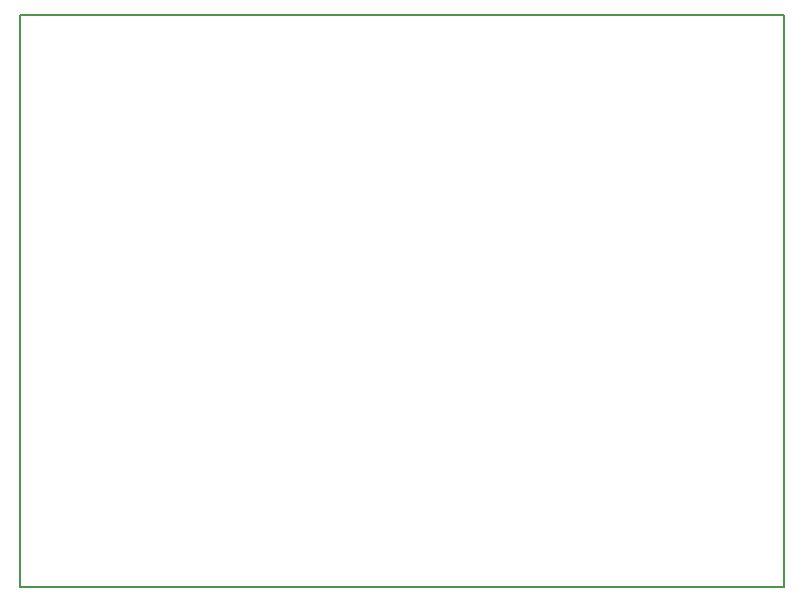
<source format=gm1>
G04 MADE WITH FRITZING*
G04 WWW.FRITZING.ORG*
G04 DOUBLE SIDED*
G04 HOLES PLATED*
G04 CONTOUR ON CENTER OF CONTOUR VECTOR*
%ASAXBY*%
%FSLAX23Y23*%
%MOIN*%
%OFA0B0*%
%SFA1.0B1.0*%
%ADD10R,2.552330X1.916440*%
%ADD11C,0.008000*%
%ADD10C,0.008*%
%LNCONTOUR*%
G90*
G70*
G54D10*
G54D11*
X4Y1912D02*
X2548Y1912D01*
X2548Y4D01*
X4Y4D01*
X4Y1912D01*
D02*
G04 End of contour*
M02*
</source>
